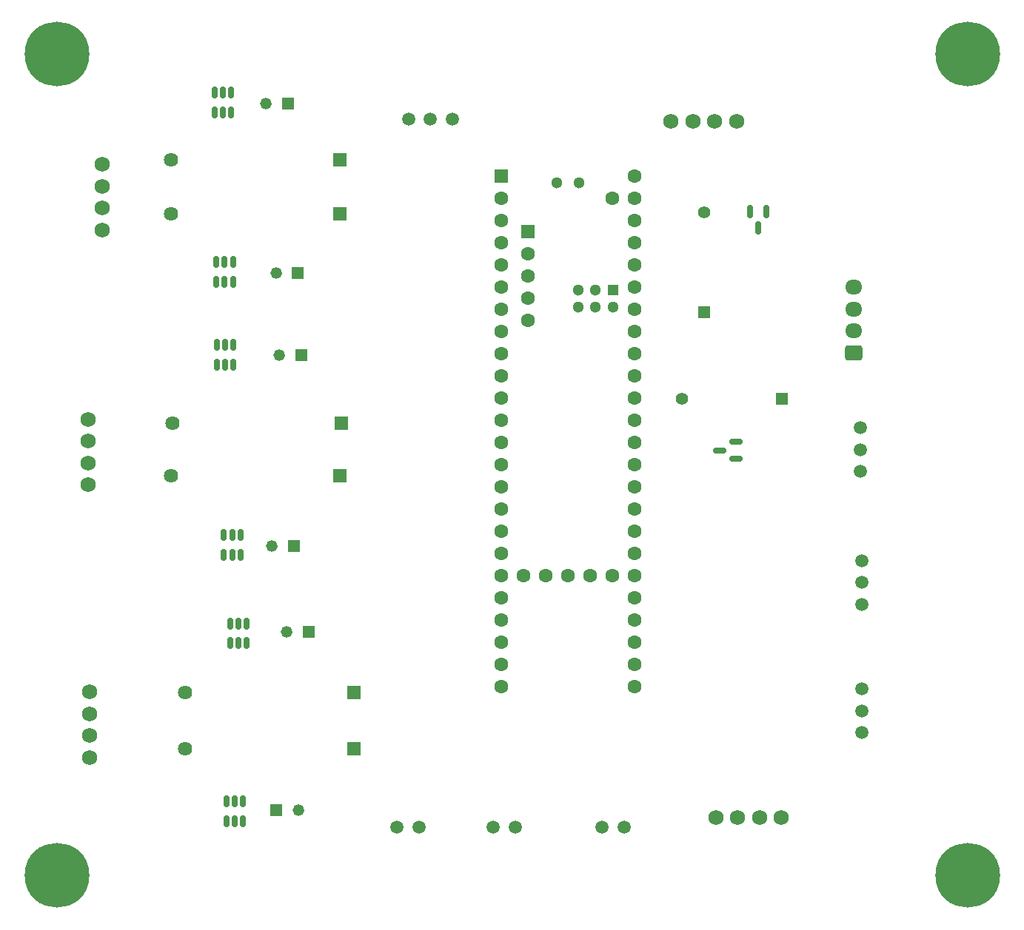
<source format=gbr>
%TF.GenerationSoftware,KiCad,Pcbnew,7.0.7*%
%TF.CreationDate,2024-01-13T11:42:57-05:00*%
%TF.ProjectId,FinalTeensyBreakoutBoard,46696e61-6c54-4656-956e-737942726561,rev?*%
%TF.SameCoordinates,Original*%
%TF.FileFunction,Soldermask,Top*%
%TF.FilePolarity,Negative*%
%FSLAX46Y46*%
G04 Gerber Fmt 4.6, Leading zero omitted, Abs format (unit mm)*
G04 Created by KiCad (PCBNEW 7.0.7) date 2024-01-13 11:42:57*
%MOMM*%
%LPD*%
G01*
G04 APERTURE LIST*
G04 Aperture macros list*
%AMRoundRect*
0 Rectangle with rounded corners*
0 $1 Rounding radius*
0 $2 $3 $4 $5 $6 $7 $8 $9 X,Y pos of 4 corners*
0 Add a 4 corners polygon primitive as box body*
4,1,4,$2,$3,$4,$5,$6,$7,$8,$9,$2,$3,0*
0 Add four circle primitives for the rounded corners*
1,1,$1+$1,$2,$3*
1,1,$1+$1,$4,$5*
1,1,$1+$1,$6,$7*
1,1,$1+$1,$8,$9*
0 Add four rect primitives between the rounded corners*
20,1,$1+$1,$2,$3,$4,$5,0*
20,1,$1+$1,$4,$5,$6,$7,0*
20,1,$1+$1,$6,$7,$8,$9,0*
20,1,$1+$1,$8,$9,$2,$3,0*%
G04 Aperture macros list end*
%ADD10C,7.400000*%
%ADD11C,1.752600*%
%ADD12R,1.397000X1.397000*%
%ADD13C,1.397000*%
%ADD14C,1.498600*%
%ADD15R,1.625600X1.625600*%
%ADD16C,1.625600*%
%ADD17RoundRect,0.150000X-0.150000X0.512500X-0.150000X-0.512500X0.150000X-0.512500X0.150000X0.512500X0*%
%ADD18R,1.320800X1.320800*%
%ADD19C,1.320800*%
%ADD20RoundRect,0.150000X0.587500X0.150000X-0.587500X0.150000X-0.587500X-0.150000X0.587500X-0.150000X0*%
%ADD21RoundRect,0.150000X-0.150000X0.587500X-0.150000X-0.587500X0.150000X-0.587500X0.150000X0.587500X0*%
%ADD22RoundRect,0.250000X0.725000X-0.600000X0.725000X0.600000X-0.725000X0.600000X-0.725000X-0.600000X0*%
%ADD23O,1.950000X1.700000*%
%ADD24R,1.600000X1.600000*%
%ADD25C,1.600000*%
%ADD26R,1.300000X1.300000*%
%ADD27C,1.300000*%
G04 APERTURE END LIST*
D10*
%TO.C,REF\u002A\u002A*%
X172720000Y-147320000D03*
%TD*%
D11*
%TO.C,J7*%
X138825000Y-60975000D03*
X141325000Y-60975000D03*
X143825000Y-60975000D03*
X146325000Y-60975000D03*
%TD*%
D12*
%TO.C,R_PullDownMC1*%
X142625000Y-82840000D03*
D13*
X142625000Y-71410000D03*
%TD*%
D14*
%TO.C,J12*%
X118500000Y-141800000D03*
X121000000Y-141800000D03*
%TD*%
D11*
%TO.C,J6*%
X151450000Y-140700000D03*
X148950000Y-140700000D03*
X146450000Y-140700000D03*
X143950000Y-140700000D03*
%TD*%
D15*
%TO.C,R5*%
X102548000Y-126400000D03*
D16*
X83244000Y-126400000D03*
%TD*%
D17*
%TO.C,U5*%
X89596000Y-108325000D03*
X88646000Y-108325000D03*
X87696000Y-108325000D03*
X87696000Y-110600000D03*
X88646000Y-110600000D03*
X89596000Y-110600000D03*
%TD*%
D10*
%TO.C,REF\u002A\u002A*%
X68580000Y-53340000D03*
%TD*%
%TO.C,REF\u002A\u002A*%
X172720000Y-53340000D03*
%TD*%
D18*
%TO.C,C2*%
X94988000Y-59023700D03*
D19*
X92488000Y-59023700D03*
%TD*%
D18*
%TO.C,C1*%
X96138000Y-78333700D03*
D19*
X93638000Y-78333700D03*
%TD*%
D17*
%TO.C,U3*%
X88728000Y-77078700D03*
X87778000Y-77078700D03*
X86828000Y-77078700D03*
X86828000Y-79353700D03*
X87778000Y-79353700D03*
X88728000Y-79353700D03*
%TD*%
D14*
%TO.C,J13*%
X108800000Y-60800000D03*
X111300000Y-60800000D03*
X113800000Y-60800000D03*
%TD*%
%TO.C,J3*%
X160669801Y-130975100D03*
X160669801Y-128475100D03*
X160669801Y-125975100D03*
%TD*%
D20*
%TO.C,LevelShifterUWB(5->3.3)1*%
X146257500Y-99610000D03*
X146257500Y-97710000D03*
X144382500Y-98660000D03*
%TD*%
D21*
%TO.C,LevelShifterMC(5->3.3)1*%
X149750000Y-71345000D03*
X147850000Y-71345000D03*
X148800000Y-73220000D03*
%TD*%
D11*
%TO.C,J10*%
X72348000Y-126300000D03*
X72348000Y-128800000D03*
X72348000Y-131300000D03*
X72348000Y-133800000D03*
%TD*%
D15*
%TO.C,R6*%
X102600000Y-132800000D03*
D16*
X83296000Y-132800000D03*
%TD*%
D15*
%TO.C,R2*%
X100990000Y-71583700D03*
D16*
X81686000Y-71583700D03*
%TD*%
D14*
%TO.C,J11*%
X107500000Y-141820000D03*
X110000000Y-141820000D03*
%TD*%
D17*
%TO.C,U2*%
X88538000Y-57736200D03*
X87588000Y-57736200D03*
X86638000Y-57736200D03*
X86638000Y-60011200D03*
X87588000Y-60011200D03*
X88538000Y-60011200D03*
%TD*%
D18*
%TO.C,C3*%
X96546000Y-87800000D03*
D19*
X94046000Y-87800000D03*
%TD*%
D14*
%TO.C,J2*%
X160620000Y-116280000D03*
X160620000Y-113780000D03*
X160620000Y-111280000D03*
%TD*%
D22*
%TO.C,J5*%
X159750000Y-87500000D03*
D23*
X159750000Y-85000000D03*
X159750000Y-82500000D03*
X159750000Y-80000000D03*
%TD*%
D17*
%TO.C,U6*%
X90298000Y-118462500D03*
X89348000Y-118462500D03*
X88398000Y-118462500D03*
X88398000Y-120737500D03*
X89348000Y-120737500D03*
X90298000Y-120737500D03*
%TD*%
D14*
%TO.C,J4*%
X160470000Y-101080000D03*
X160470000Y-98580000D03*
X160470000Y-96080000D03*
%TD*%
D10*
%TO.C,REF\u002A\u002A*%
X68580000Y-147320000D03*
%TD*%
D18*
%TO.C,C6*%
X93698000Y-139800000D03*
D19*
X96198000Y-139800000D03*
%TD*%
D14*
%TO.C,J1*%
X130954900Y-141800000D03*
X133454900Y-141800000D03*
%TD*%
D17*
%TO.C,U7*%
X89898000Y-138800000D03*
X88948000Y-138800000D03*
X87998000Y-138800000D03*
X87998000Y-141075000D03*
X88948000Y-141075000D03*
X89898000Y-141075000D03*
%TD*%
D11*
%TO.C,J9*%
X72168000Y-95100000D03*
X72168000Y-97600000D03*
X72168000Y-100100000D03*
X72168000Y-102600000D03*
%TD*%
D15*
%TO.C,R3*%
X101096000Y-95600000D03*
D16*
X81792000Y-95600000D03*
%TD*%
D17*
%TO.C,U4*%
X88796000Y-86600000D03*
X87846000Y-86600000D03*
X86896000Y-86600000D03*
X86896000Y-88875000D03*
X87846000Y-88875000D03*
X88796000Y-88875000D03*
%TD*%
D15*
%TO.C,R1*%
X100988000Y-65423700D03*
D16*
X81684000Y-65423700D03*
%TD*%
D15*
%TO.C,R4*%
X100948000Y-101600000D03*
D16*
X81644000Y-101600000D03*
%TD*%
D18*
%TO.C,C4*%
X95696000Y-109600000D03*
D19*
X93196000Y-109600000D03*
%TD*%
D18*
%TO.C,C5*%
X97398000Y-119400000D03*
D19*
X94898000Y-119400000D03*
%TD*%
D11*
%TO.C,J8*%
X73808000Y-65923700D03*
X73808000Y-68423700D03*
X73808000Y-70923700D03*
X73808000Y-73423700D03*
%TD*%
D12*
%TO.C,R_PullDownUWB1*%
X151505000Y-92730000D03*
D13*
X140075000Y-92730000D03*
%TD*%
D24*
%TO.C,U1*%
X119380000Y-67310000D03*
D25*
X119380000Y-69850000D03*
X119380000Y-72390000D03*
X119380000Y-74930000D03*
X119380000Y-77470000D03*
X119380000Y-80010000D03*
X119380000Y-82550000D03*
X119380000Y-85090000D03*
X119380000Y-87630000D03*
X119380000Y-90170000D03*
X119380000Y-92710000D03*
X119380000Y-95250000D03*
X119380000Y-97790000D03*
X119380000Y-100330000D03*
X119380000Y-102870000D03*
X119380000Y-105410000D03*
X119380000Y-107950000D03*
X119380000Y-110490000D03*
X119380000Y-113030000D03*
X119380000Y-115570000D03*
X119380000Y-118110000D03*
X119380000Y-120650000D03*
X119380000Y-123190000D03*
X119380000Y-125730000D03*
X134620000Y-125730000D03*
X134620000Y-123190000D03*
X134620000Y-120650000D03*
X134620000Y-118110000D03*
X134620000Y-115570000D03*
X134620000Y-113030000D03*
X134620000Y-110490000D03*
X134620000Y-107950000D03*
X134620000Y-105410000D03*
X134620000Y-102870000D03*
X134620000Y-100330000D03*
X134620000Y-97790000D03*
X134620000Y-95250000D03*
X134620000Y-92710000D03*
X134620000Y-90170000D03*
X134620000Y-87630000D03*
X134620000Y-85090000D03*
X134620000Y-82550000D03*
X134620000Y-80010000D03*
X134620000Y-77470000D03*
X134620000Y-74930000D03*
X134620000Y-72390000D03*
X134620000Y-69850000D03*
X134620000Y-67310000D03*
X132080000Y-69850000D03*
X121920000Y-113030000D03*
X124460000Y-113030000D03*
X127000000Y-113030000D03*
X129540000Y-113030000D03*
X132080000Y-113030000D03*
D24*
X122430800Y-73609200D03*
D25*
X122430800Y-76149200D03*
X122430800Y-78689200D03*
X122430800Y-81229200D03*
X122430800Y-83769200D03*
D26*
X132181600Y-80280000D03*
D27*
X130181600Y-80280000D03*
X128181600Y-80280000D03*
X128181600Y-82280000D03*
X130181600Y-82280000D03*
X132181600Y-82280000D03*
X128270000Y-68040000D03*
X125730000Y-68040000D03*
%TD*%
M02*

</source>
